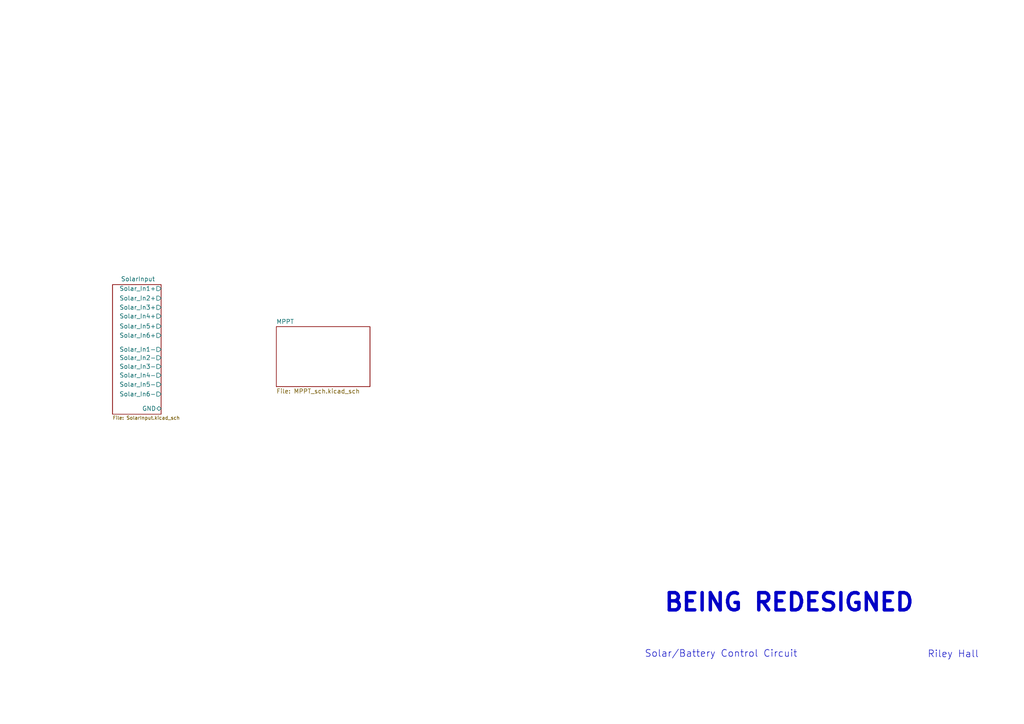
<source format=kicad_sch>
(kicad_sch (version 20211123) (generator eeschema)

  (uuid 32a613dc-9a3b-4f1b-9438-065b9ff2b895)

  (paper "A4")

  (lib_symbols
  )


  (text "BEING REDESIGNED" (at 192.278 177.8 0)
    (effects (font (size 5 5) (thickness 1) bold) (justify left bottom))
    (uuid 01766f03-c7fa-4e92-9322-185bc4d507a9)
  )
  (text "Riley Hall" (at 268.986 191.008 0)
    (effects (font (size 2 2)) (justify left bottom))
    (uuid f48188b8-f62b-4cce-b967-940fcd6154ce)
  )
  (text "Solar/Battery Control Circuit" (at 186.944 190.881 0)
    (effects (font (size 2 2)) (justify left bottom))
    (uuid f84b5cf6-0d93-4179-b423-91f7934be442)
  )

  (sheet (at 80.137 94.742) (size 27.178 17.399) (fields_autoplaced)
    (stroke (width 0.1524) (type solid) (color 0 0 0 0))
    (fill (color 0 0 0 0.0000))
    (uuid 5711c394-e6f8-4cd7-a9c2-c36419d28a9c)
    (property "Sheet name" "MPPT" (id 0) (at 80.137 94.0304 0)
      (effects (font (size 1.27 1.27)) (justify left bottom))
    )
    (property "Sheet file" "MPPT_sch.kicad_sch" (id 1) (at 80.137 112.7256 0)
      (effects (font (size 1.27 1.27)) (justify left top))
    )
  )

  (sheet (at 32.639 82.55) (size 14.097 37.592)
    (stroke (width 0.1524) (type solid) (color 0 0 0 0))
    (fill (color 0 0 0 0.0000))
    (uuid a2c67058-00e4-454c-bf23-5e8a5244f767)
    (property "Sheet name" "SolarInput" (id 0) (at 35.052 81.661 0)
      (effects (font (size 1.27 1.27)) (justify left bottom))
    )
    (property "Sheet file" "SolarInput.kicad_sch" (id 1) (at 32.639 120.6186 0)
      (effects (font (size 1 1)) (justify left top))
    )
    (pin "Solar_In5+" output (at 46.736 94.615 0)
      (effects (font (size 1.27 1.27)) (justify right))
      (uuid ee10ab8b-f950-453a-874a-477971232cdf)
    )
    (pin "Solar_In4+" output (at 46.736 91.694 0)
      (effects (font (size 1.27 1.27)) (justify right))
      (uuid 81f8fea3-32a6-4f71-9222-3e807038f8c0)
    )
    (pin "Solar_In1+" output (at 46.736 83.693 0)
      (effects (font (size 1.27 1.27)) (justify right))
      (uuid aeb07824-f766-4b0a-92e6-7a9336a0b98a)
    )
    (pin "Solar_In2+" output (at 46.736 86.487 0)
      (effects (font (size 1.27 1.27)) (justify right))
      (uuid 86f5e6e5-23f3-4c8e-ab3c-6efd0a8da70a)
    )
    (pin "Solar_In3+" output (at 46.736 89.154 0)
      (effects (font (size 1.27 1.27)) (justify right))
      (uuid 23a42d1d-1892-4f05-9287-bf22e0c2c039)
    )
    (pin "Solar_In6+" output (at 46.736 97.282 0)
      (effects (font (size 1.27 1.27)) (justify right))
      (uuid f5a807ea-7996-4eb1-9554-ca22fd31c471)
    )
    (pin "GND" bidirectional (at 46.736 118.491 0)
      (effects (font (size 1.27 1.27)) (justify right))
      (uuid 803a8ecd-7f88-4698-922b-a6d5be853a65)
    )
    (pin "Solar_In1-" output (at 46.736 101.346 0)
      (effects (font (size 1.27 1.27)) (justify right))
      (uuid 62b53479-f628-43b0-9e3e-afc836182549)
    )
    (pin "Solar_In2-" output (at 46.736 103.759 0)
      (effects (font (size 1.27 1.27)) (justify right))
      (uuid 578d689c-4ceb-40a2-9d0e-e7da8c8aff53)
    )
    (pin "Solar_In3-" output (at 46.736 106.299 0)
      (effects (font (size 1.27 1.27)) (justify right))
      (uuid da154739-7b92-49a1-aa24-f125851e8a7c)
    )
    (pin "Solar_In6-" output (at 46.736 114.3 0)
      (effects (font (size 1.27 1.27)) (justify right))
      (uuid a11e1346-42ab-40b7-b8a3-a3896c0717a7)
    )
    (pin "Solar_In4-" output (at 46.736 108.839 0)
      (effects (font (size 1.27 1.27)) (justify right))
      (uuid 5d56809f-4d3c-4763-ae66-15a6a309f1f4)
    )
    (pin "Solar_In5-" output (at 46.736 111.506 0)
      (effects (font (size 1.27 1.27)) (justify right))
      (uuid 80c8fc38-f10c-487b-80bf-afa58039cb95)
    )
  )
)

</source>
